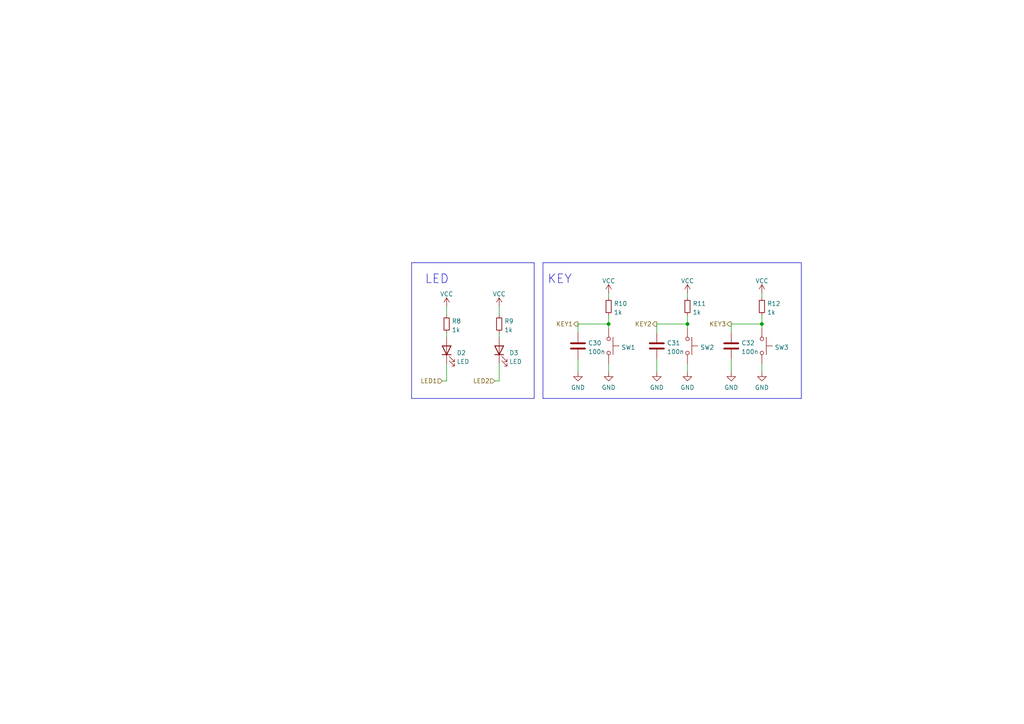
<source format=kicad_sch>
(kicad_sch (version 20230121) (generator eeschema)
  (paper "A4")
  (lib_symbols
    (symbol "Device:C" (pin_numbers hide) (pin_names (offset 0.254))
      (property "Reference" "C" (at 0.635 2.54 0))
      (property "Value" "C" (at 0.635 -2.54 0))
      (symbol "C_0_1"
        (polyline (pts (xy -2.032 -0.762) (xy 2.032 -0.762)) (stroke (width 0.508)))
        (polyline (pts (xy -2.032 0.762) (xy 2.032 0.762)) (stroke (width 0.508)))
      )
      (symbol "C_1_1"
        (pin passive line (at 0 3.81 270) (length 2.794) (name "~") (number "1"))
        (pin passive line (at 0 -3.81 90) (length 2.794) (name "~") (number "2"))
      )
    )
    (symbol "Device:LED" (pin_numbers hide) (pin_names (offset 1.016) hide)
      (property "Reference" "D" (at 0 2.54 0))
      (property "Value" "LED" (at 0 -2.54 0))
      (symbol "LED_0_1"
        (polyline (pts (xy -1.27 -1.27) (xy -1.27 1.27)) (stroke (width 0.254)))
        (polyline (pts (xy -1.27 0) (xy 1.27 0)))
        (polyline (pts (xy 1.27 -1.27) (xy 1.27 1.27) (xy -1.27 0) (xy 1.27 -1.27)) (stroke (width 0.254)))
        (polyline (pts (xy -3.048 -0.762) (xy -4.572 -2.286) (xy -3.81 -2.286) (xy -4.572 -2.286) (xy -4.572 -1.524)))
        (polyline (pts (xy -1.778 -0.762) (xy -3.302 -2.286) (xy -2.54 -2.286) (xy -3.302 -2.286) (xy -3.302 -1.524)))
      )
      (symbol "LED_1_1"
        (pin passive line (at -3.81 0 0) (length 2.54) (name "K") (number "1"))
        (pin passive line (at 3.81 0 180) (length 2.54) (name "A") (number "2"))
      )
    )
    (symbol "Device:R_Small" (pin_numbers hide) (pin_names (offset 0.254) hide)
      (property "Reference" "R" (at 0.762 0.508 0))
      (property "Value" "R_Small" (at 0.762 -1.016 0))
      (symbol "R_Small_0_1"
        (rectangle (start -0.762 1.778) (end 0.762 -1.778) (stroke (width 0.2032)))
      )
      (symbol "R_Small_1_1"
        (pin passive line (at 0 2.54 270) (length 0.762) (name "~") (number "1"))
        (pin passive line (at 0 -2.54 90) (length 0.762) (name "~") (number "2"))
      )
    )
    (symbol "Switch:SW_Push" (pin_numbers hide) (pin_names (offset 1.016) hide)
      (property "Reference" "SW" (at 1.27 2.54 0))
      (property "Value" "SW_Push" (at 0 -1.524 0))
      (symbol "SW_Push_0_1"
        (circle (center -2.032 0) (radius 0.508))
        (polyline (pts (xy 0 1.27) (xy 0 3.048)))
        (polyline (pts (xy 2.54 1.27) (xy -2.54 1.27)))
        (circle (center 2.032 0) (radius 0.508))
        (pin passive line (at -5.08 0 0) (length 2.54) (name "1") (number "1"))
        (pin passive line (at 5.08 0 180) (length 2.54) (name "2") (number "2"))
      )
    )
    (symbol "power:GND" (power) (pin_names (offset 0))
      (property "Value" "GND" (at 0 -3.81 0))
      (symbol "GND_0_1"
        (polyline (pts (xy 0 0) (xy 0 -1.27) (xy 1.27 -1.27) (xy 0 -2.54) (xy -1.27 -1.27) (xy 0 -1.27)))
      )
      (symbol "GND_1_1"
        (pin power_in line (at 0 0 270) (length 0) hide (name "GND") (number "1"))
      )
    )
    (symbol "power:VCC" (power) (pin_names (offset 0))
      (property "Value" "VCC" (at 0 3.81 0))
      (symbol "VCC_0_1"
        (polyline (pts (xy -0.762 1.27) (xy 0 2.54)))
        (polyline (pts (xy 0 0) (xy 0 2.54)))
        (polyline (pts (xy 0 2.54) (xy 0.762 1.27)))
      )
      (symbol "VCC_1_1"
        (pin power_in line (at 0 0 90) (length 0) hide (name "VCC") (number "1"))
      )
    )
  )
  (junction (at 199.39 93.98))
  (junction (at 176.53 93.98))
  (junction (at 220.98 93.98))
  (wire (pts (xy 176.53 93.98) (xy 176.53 95.25)))
  (wire (pts (xy 129.54 110.49) (xy 129.54 105.41)))
  (wire (pts (xy 220.98 85.09) (xy 220.98 86.36)))
  (wire (pts (xy 190.5 96.52) (xy 190.5 93.98)))
  (wire (pts (xy 212.09 93.98) (xy 220.98 93.98)))
  (wire (pts (xy 199.39 93.98) (xy 199.39 95.25)))
  (wire (pts (xy 212.09 96.52) (xy 212.09 93.98)))
  (wire (pts (xy 129.54 96.52) (xy 129.54 97.79)))
  (wire (pts (xy 128.27 110.49) (xy 129.54 110.49)))
  (wire (pts (xy 190.5 93.98) (xy 199.39 93.98)))
  (wire (pts (xy 167.64 93.98) (xy 176.53 93.98)))
  (wire (pts (xy 176.53 91.44) (xy 176.53 93.98)))
  (wire (pts (xy 176.53 105.41) (xy 176.53 107.95)))
  (wire (pts (xy 167.64 104.14) (xy 167.64 107.95)))
  (wire (pts (xy 199.39 85.09) (xy 199.39 86.36)))
  (wire (pts (xy 176.53 85.09) (xy 176.53 86.36)))
  (wire (pts (xy 220.98 93.98) (xy 220.98 95.25)))
  (polyline (pts (xy 119.38 115.57) (xy 154.94 115.57)))
  (wire (pts (xy 199.39 105.41) (xy 199.39 107.95)))
  (wire (pts (xy 190.5 104.14) (xy 190.5 107.95)))
  (wire (pts (xy 144.78 88.9) (xy 144.78 91.44)))
  (polyline (pts (xy 154.94 115.57) (xy 154.94 76.2)))
  (polyline (pts (xy 232.41 115.57) (xy 232.41 76.2)))
  (wire (pts (xy 167.64 96.52) (xy 167.64 93.98)))
  (wire (pts (xy 144.78 110.49) (xy 144.78 105.41)))
  (wire (pts (xy 144.78 96.52) (xy 144.78 97.79)))
  (polyline (pts (xy 157.48 76.2) (xy 232.41 76.2)))
  (wire (pts (xy 129.54 88.9) (xy 129.54 91.44)))
  (wire (pts (xy 143.51 110.49) (xy 144.78 110.49)))
  (polyline (pts (xy 119.38 76.2) (xy 154.94 76.2)))
  (wire (pts (xy 220.98 105.41) (xy 220.98 107.95)))
  (polyline (pts (xy 157.48 115.57) (xy 232.41 115.57)))
  (polyline (pts (xy 157.48 76.2) (xy 157.48 115.57)))
  (wire (pts (xy 199.39 91.44) (xy 199.39 93.98)))
  (wire (pts (xy 220.98 91.44) (xy 220.98 93.98)))
  (polyline (pts (xy 119.38 76.2) (xy 119.38 115.57)))
  (wire (pts (xy 212.09 104.14) (xy 212.09 107.95)))
  (text "LED" (at 123.19 82.55 0) (effects (font (size 2.54 2.54)) (justify left bottom)))
  (text "KEY" (at 158.75 82.55 0) (effects (font (size 2.54 2.54)) (justify left bottom)))
  (hierarchical_label "LED1" (shape input) (at 128.27 110.49 180))
  (hierarchical_label "KEY3" (shape output) (at 212.09 93.98 180))
  (hierarchical_label "KEY1" (shape output) (at 167.64 93.98 180))
  (hierarchical_label "LED2" (shape input) (at 143.51 110.49 180))
  (hierarchical_label "KEY2" (shape output) (at 190.5 93.98 180))
  (symbol (lib_id "Device:C") (at 212.09 100.33 0) (unit 1)
    (property "Reference" "C32" (at 215.011 99.4953 0) (effects (justify left)))
    (property "Value" "100n" (at 215.011 102.0322 0) (effects (justify left)))
    (property "Footprint" "Capacitor_SMD:C_0603_1608Metric" (effects hide))
  )
  (symbol (lib_id "Switch:SW_Push") (at 176.53 100.33 270) (mirror x) (unit 1)
    (property "Reference" "SW1" (at 180.213 100.7638 90) (effects (justify left)))
    (property "Value" "SW_Push" (effects hide))
    (property "Footprint" "debugger:button" (effects hide))
  )
  (symbol (lib_id "power:GND") (at 199.39 107.95 0) (unit 1)
    (property "Reference" "#PWR057" (effects hide))
    (property "Value" "GND" (at 199.39 112.3934 0))
  )
  (symbol (lib_id "power:VCC") (at 129.54 88.9 0) (unit 1)
    (property "Reference" "#PWR050" (effects hide))
    (property "Value" "VCC" (at 129.54 85.2955 0))
  )
  (symbol (lib_id "power:GND") (at 190.5 107.95 0) (unit 1)
    (property "Reference" "#PWR055" (effects hide))
    (property "Value" "GND" (at 190.5 112.3934 0))
  )
  (symbol (lib_id "Switch:SW_Push") (at 199.39 100.33 270) (mirror x) (unit 1)
    (property "Reference" "SW2" (at 203.073 100.7638 90) (effects (justify left)))
    (property "Value" "SW_Push" (effects hide))
    (property "Footprint" "debugger:button" (effects hide))
  )
  (symbol (lib_id "power:VCC") (at 199.39 85.09 0) (unit 1)
    (property "Reference" "#PWR056" (effects hide))
    (property "Value" "VCC" (at 199.39 81.4855 0))
  )
  (symbol (lib_id "Device:R_Small") (at 220.98 88.9 0) (unit 1)
    (property "Reference" "R12" (at 222.4786 88.0653 0) (effects (justify left)))
    (property "Value" "1k" (at 222.4786 90.6022 0) (effects (justify left)))
    (property "Footprint" "Resistor_SMD:R_0603_1608Metric" (effects hide))
  )
  (symbol (lib_id "power:GND") (at 220.98 107.95 0) (unit 1)
    (property "Reference" "#PWR060" (effects hide))
    (property "Value" "GND" (at 220.98 112.3934 0))
  )
  (symbol (lib_id "Device:C") (at 167.64 100.33 0) (unit 1)
    (property "Reference" "C30" (at 170.561 99.4953 0) (effects (justify left)))
    (property "Value" "100n" (at 170.561 102.0322 0) (effects (justify left)))
    (property "Footprint" "Capacitor_SMD:C_0603_1608Metric" (effects hide))
  )
  (symbol (lib_id "power:GND") (at 167.64 107.95 0) (unit 1)
    (property "Reference" "#PWR052" (effects hide))
    (property "Value" "GND" (at 167.64 112.3934 0))
  )
  (symbol (lib_id "power:VCC") (at 144.78 88.9 0) (unit 1)
    (property "Reference" "#PWR051" (effects hide))
    (property "Value" "VCC" (at 144.78 85.2955 0))
  )
  (symbol (lib_id "Device:LED") (at 129.54 101.6 90) (unit 1)
    (property "Reference" "D2" (at 132.461 102.3528 90) (effects (justify right)))
    (property "Value" "LED" (at 132.461 104.8897 90) (effects (justify right)))
    (property "Footprint" "LED_SMD:LED_0603_1608Metric" (effects hide))
  )
  (symbol (lib_id "Device:R_Small") (at 144.78 93.98 0) (unit 1)
    (property "Reference" "R9" (at 146.2786 93.1453 0) (effects (justify left)))
    (property "Value" "1k" (at 146.2786 95.6822 0) (effects (justify left)))
    (property "Footprint" "Resistor_SMD:R_0603_1608Metric" (effects hide))
  )
  (symbol (lib_id "Device:R_Small") (at 199.39 88.9 0) (unit 1)
    (property "Reference" "R11" (at 200.8886 88.0653 0) (effects (justify left)))
    (property "Value" "1k" (at 200.8886 90.6022 0) (effects (justify left)))
    (property "Footprint" "Resistor_SMD:R_0603_1608Metric" (effects hide))
  )
  (symbol (lib_id "power:GND") (at 176.53 107.95 0) (unit 1)
    (property "Reference" "#PWR054" (effects hide))
    (property "Value" "GND" (at 176.53 112.3934 0))
  )
  (symbol (lib_id "Device:LED") (at 144.78 101.6 90) (unit 1)
    (property "Reference" "D3" (at 147.701 102.3528 90) (effects (justify right)))
    (property "Value" "LED" (at 147.701 104.8897 90) (effects (justify right)))
    (property "Footprint" "LED_SMD:LED_0603_1608Metric" (effects hide))
  )
  (symbol (lib_id "Device:R_Small") (at 129.54 93.98 0) (unit 1)
    (property "Reference" "R8" (at 131.0386 93.1453 0) (effects (justify left)))
    (property "Value" "1k" (at 131.0386 95.6822 0) (effects (justify left)))
    (property "Footprint" "Resistor_SMD:R_0603_1608Metric" (effects hide))
  )
  (symbol (lib_id "Switch:SW_Push") (at 220.98 100.33 270) (mirror x) (unit 1)
    (property "Reference" "SW3" (at 224.663 100.7638 90) (effects (justify left)))
    (property "Value" "SW_Push" (effects hide))
    (property "Footprint" "debugger:button" (effects hide))
  )
  (symbol (lib_id "power:GND") (at 212.09 107.95 0) (unit 1)
    (property "Reference" "#PWR058" (effects hide))
    (property "Value" "GND" (at 212.09 112.3934 0))
  )
  (symbol (lib_id "Device:R_Small") (at 176.53 88.9 0) (unit 1)
    (property "Reference" "R10" (at 178.0286 88.0653 0) (effects (justify left)))
    (property "Value" "1k" (at 178.0286 90.6022 0) (effects (justify left)))
    (property "Footprint" "Resistor_SMD:R_0603_1608Metric" (effects hide))
  )
  (symbol (lib_id "power:VCC") (at 220.98 85.09 0) (unit 1)
    (property "Reference" "#PWR059" (effects hide))
    (property "Value" "VCC" (at 220.98 81.4855 0))
  )
  (symbol (lib_id "power:VCC") (at 176.53 85.09 0) (unit 1)
    (property "Reference" "#PWR053" (effects hide))
    (property "Value" "VCC" (at 176.53 81.4855 0))
  )
  (symbol (lib_id "Device:C") (at 190.5 100.33 0) (unit 1)
    (property "Reference" "C31" (at 193.421 99.4953 0) (effects (justify left)))
    (property "Value" "100n" (at 193.421 102.0322 0) (effects (justify left)))
    (property "Footprint" "Capacitor_SMD:C_0603_1608Metric" (effects hide))
  )
)
</source>
